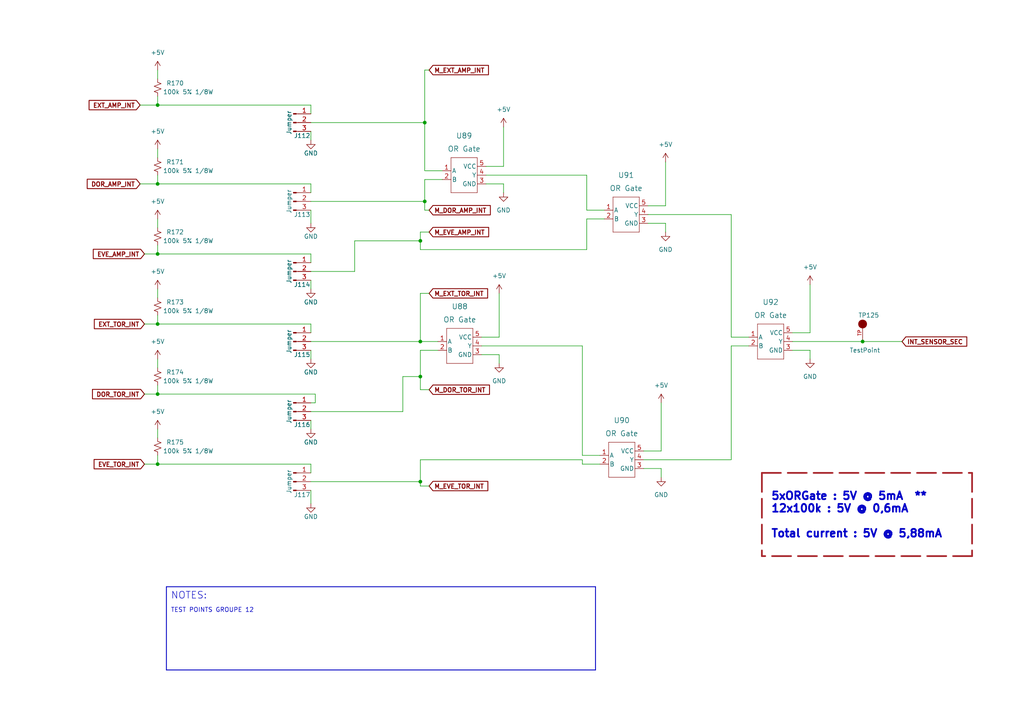
<source format=kicad_sch>
(kicad_sch (version 20211123) (generator eeschema)
  (paper "A4")
  (lib_symbols
    (symbol "Connector:Conn_01x03_Male" (pin_names (offset 1.016) hide)
      (property "Reference" "J" (at 0 5.08 0))
      (property "Value" "Conn_01x03_Male" (at 0 -5.08 0))
      (symbol "Conn_01x03_Male_1_1"
        (polyline (pts (xy 1.27 -2.54) (xy 0.8636 -2.54)) (stroke (width 0.1524)))
        (polyline (pts (xy 1.27 0) (xy 0.8636 0)) (stroke (width 0.1524)))
        (polyline (pts (xy 1.27 2.54) (xy 0.8636 2.54)) (stroke (width 0.1524)))
        (rectangle (start 0.8636 -2.413) (end 0 -2.667) (stroke (width 0.1524)) (fill (type outline)))
        (rectangle (start 0.8636 0.127) (end 0 -0.127) (stroke (width 0.1524)) (fill (type outline)))
        (rectangle (start 0.8636 2.667) (end 0 2.413) (stroke (width 0.1524)) (fill (type outline)))
        (pin passive line (at 5.08 2.54 180) (length 3.81) (name "Pin_1") (number "1"))
        (pin passive line (at 5.08 0 180) (length 3.81) (name "Pin_2") (number "2"))
        (pin passive line (at 5.08 -2.54 180) (length 3.81) (name "Pin_3") (number "3"))
      )
    )
    (symbol "Device:R_Small_US" (pin_numbers hide) (pin_names (offset 0.254) hide)
      (property "Reference" "R" (at 0.762 0.508 0))
      (property "Value" "R_Small_US" (at 0.762 -1.016 0))
      (symbol "R_Small_US_1_1"
        (polyline (pts (xy 0 0) (xy 1.016 -0.381) (xy 0 -0.762) (xy -1.016 -1.143) (xy 0 -1.524)))
        (polyline (pts (xy 0 1.524) (xy 1.016 1.143) (xy 0 0.762) (xy -1.016 0.381) (xy 0 0)))
        (pin passive line (at 0 2.54 270) (length 1.016) (name "~") (number "1"))
        (pin passive line (at 0 -2.54 90) (length 1.016) (name "~") (number "2"))
      )
    )
    (symbol "SymLib:5005" (pin_names (offset 1.016))
      (property "Reference" "TP" (at -2.54 2.54 0))
      (property "Value" "5005" (at -2.54 -3.81 0))
      (symbol "5005_0_0"
        (circle (center 0 0) (radius 0.635) (stroke (width 1.27)))
        (pin passive line (at -5.08 0 0) (length 5.08) (name "~") (number "TP"))
      )
    )
    (symbol "SymLib:SN74LVC1G32DBVR" (pin_names (offset 0.254))
      (property "Reference" "U" (at 25.4 10.16 0))
      (property "Value" "SN74LVC1G32DBVR" (at 25.4 7.62 0))
      (symbol "SN74LVC1G32DBVR_0_1"
        (polyline (pts (xy 21.59 -7.62) (xy 29.21 -7.62)) (stroke (width 0.127)))
        (polyline (pts (xy 21.59 2.54) (xy 21.59 -7.62)) (stroke (width 0.127)))
        (polyline (pts (xy 29.21 -7.62) (xy 29.21 2.54)) (stroke (width 0.127)))
        (polyline (pts (xy 29.21 2.54) (xy 21.59 2.54)) (stroke (width 0.127)))
        (pin input line (at 19.05 -1.27 0) (length 2.54) (name "A") (number "1"))
        (pin input line (at 19.05 -3.81 0) (length 2.54) (name "B") (number "2"))
        (pin power_in line (at 31.75 -5.08 180) (length 2.54) (name "GND") (number "3"))
        (pin output line (at 31.75 -2.54 180) (length 2.54) (name "Y") (number "4"))
        (pin power_in line (at 31.75 0 180) (length 2.54) (name "VCC") (number "5"))
      )
    )
    (symbol "power:+5V" (power) (pin_names (offset 0))
      (property "Value" "+5V" (at 0 3.556 0))
      (symbol "+5V_0_1"
        (polyline (pts (xy -0.762 1.27) (xy 0 2.54)))
        (polyline (pts (xy 0 0) (xy 0 2.54)))
        (polyline (pts (xy 0 2.54) (xy 0.762 1.27)))
      )
      (symbol "+5V_1_1"
        (pin power_in line (at 0 0 90) (length 0) hide (name "+5V") (number "1"))
      )
    )
    (symbol "power:GND" (power) (pin_names (offset 0))
      (property "Value" "GND" (at 0 -3.81 0))
      (symbol "GND_0_1"
        (polyline (pts (xy 0 0) (xy 0 -1.27) (xy 1.27 -1.27) (xy 0 -2.54) (xy -1.27 -1.27) (xy 0 -1.27)))
      )
      (symbol "GND_1_1"
        (pin power_in line (at 0 0 270) (length 0) hide (name "GND") (number "1"))
      )
    )
  )
  (junction (at 121.92 109.22))
  (junction (at 121.92 139.7))
  (junction (at 45.72 114.3))
  (junction (at 121.92 69.85))
  (junction (at 45.72 134.62))
  (junction (at 45.72 73.66))
  (junction (at 123.19 35.56))
  (junction (at 121.92 99.06))
  (junction (at 45.72 93.98))
  (junction (at 45.72 53.34))
  (junction (at 45.72 30.48))
  (junction (at 123.19 58.42))
  (junction (at 250.19 99.06))
  (wire (pts (xy 90.17 137.16) (xy 90.17 134.62)))
  (wire (pts (xy 121.92 113.03) (xy 121.92 109.22)))
  (wire (pts (xy 229.87 99.06) (xy 250.19 99.06)))
  (wire (pts (xy 121.92 133.35) (xy 121.92 139.7)))
  (wire (pts (xy 90.17 96.52) (xy 90.17 93.98)))
  (wire (pts (xy 187.96 59.69) (xy 193.04 59.69)))
  (wire (pts (xy 90.17 38.1) (xy 90.17 40.64)))
  (wire (pts (xy 41.91 73.66) (xy 45.72 73.66)))
  (wire (pts (xy 144.78 105.41) (xy 144.78 102.87)))
  (wire (pts (xy 45.72 111.76) (xy 45.72 114.3)))
  (polyline (pts (xy 48.26 170.18) (xy 48.26 194.31)) (stroke (width 0.25) (type solid)))
  (wire (pts (xy 186.69 133.35) (xy 212.09 133.35)))
  (wire (pts (xy 191.77 116.84) (xy 191.77 130.81)))
  (wire (pts (xy 139.7 97.79) (xy 144.78 97.79)))
  (wire (pts (xy 193.04 46.99) (xy 193.04 59.69)))
  (wire (pts (xy 45.72 73.66) (xy 90.17 73.66)))
  (wire (pts (xy 139.7 100.33) (xy 168.91 100.33)))
  (wire (pts (xy 234.95 104.14) (xy 234.95 101.6)))
  (wire (pts (xy 121.92 109.22) (xy 121.92 101.6)))
  (wire (pts (xy 170.18 60.96) (xy 175.26 60.96)))
  (wire (pts (xy 40.64 30.48) (xy 45.72 30.48)))
  (wire (pts (xy 90.17 116.84) (xy 91.44 116.84)))
  (polyline (pts (xy 220.98 137.16) (xy 281.94 137.16)) (stroke (width 0.5) (type dash) (color 168 37 43 1)))
  (wire (pts (xy 90.17 101.6) (xy 90.17 104.14)))
  (wire (pts (xy 45.72 20.32) (xy 45.72 22.86)))
  (wire (pts (xy 187.96 62.23) (xy 212.09 62.23)))
  (wire (pts (xy 45.72 91.44) (xy 45.72 93.98)))
  (polyline (pts (xy 281.94 137.16) (xy 281.94 161.29)) (stroke (width 0.5) (type dash) (color 168 37 43 1)))
  (wire (pts (xy 168.91 133.35) (xy 168.91 134.62)))
  (wire (pts (xy 102.87 78.74) (xy 102.87 69.85)))
  (polyline (pts (xy 220.98 137.16) (xy 220.98 161.29)) (stroke (width 0.5) (type dash) (color 168 37 43 1)))
  (wire (pts (xy 121.92 101.6) (xy 127 101.6)))
  (wire (pts (xy 140.97 48.26) (xy 146.05 48.26)))
  (wire (pts (xy 146.05 36.83) (xy 146.05 48.26)))
  (wire (pts (xy 45.72 50.8) (xy 45.72 53.34)))
  (wire (pts (xy 40.64 53.34) (xy 45.72 53.34)))
  (polyline (pts (xy 172.72 194.31) (xy 48.26 194.31)) (stroke (width 0.25) (type solid)))
  (wire (pts (xy 193.04 64.77) (xy 187.96 64.77)))
  (wire (pts (xy 123.19 60.96) (xy 123.19 58.42)))
  (wire (pts (xy 168.91 132.08) (xy 173.99 132.08)))
  (wire (pts (xy 41.91 134.62) (xy 45.72 134.62)))
  (wire (pts (xy 91.44 114.3) (xy 45.72 114.3)))
  (wire (pts (xy 146.05 55.88) (xy 146.05 53.34)))
  (wire (pts (xy 124.46 85.09) (xy 121.92 85.09)))
  (wire (pts (xy 116.84 119.38) (xy 116.84 109.22)))
  (wire (pts (xy 90.17 55.88) (xy 90.17 53.34)))
  (wire (pts (xy 102.87 69.85) (xy 121.92 69.85)))
  (wire (pts (xy 90.17 146.05) (xy 90.17 142.24)))
  (wire (pts (xy 45.72 104.14) (xy 45.72 106.68)))
  (wire (pts (xy 90.17 119.38) (xy 116.84 119.38)))
  (wire (pts (xy 90.17 121.92) (xy 90.17 124.46)))
  (wire (pts (xy 121.92 67.31) (xy 121.92 69.85)))
  (polyline (pts (xy 281.94 161.29) (xy 220.98 161.29)) (stroke (width 0.5) (type dash) (color 168 37 43 1)))
  (wire (pts (xy 168.91 100.33) (xy 168.91 132.08)))
  (wire (pts (xy 45.72 93.98) (xy 90.17 93.98)))
  (wire (pts (xy 168.91 134.62) (xy 173.99 134.62)))
  (wire (pts (xy 121.92 133.35) (xy 168.91 133.35)))
  (wire (pts (xy 45.72 63.5) (xy 45.72 66.04)))
  (wire (pts (xy 212.09 97.79) (xy 217.17 97.79)))
  (wire (pts (xy 217.17 100.33) (xy 212.09 100.33)))
  (wire (pts (xy 121.92 67.31) (xy 124.46 67.31)))
  (wire (pts (xy 121.92 99.06) (xy 127 99.06)))
  (wire (pts (xy 91.44 116.84) (xy 91.44 114.3)))
  (wire (pts (xy 123.19 35.56) (xy 123.19 49.53)))
  (wire (pts (xy 170.18 63.5) (xy 170.18 72.39)))
  (wire (pts (xy 45.72 132.08) (xy 45.72 134.62)))
  (wire (pts (xy 90.17 53.34) (xy 45.72 53.34)))
  (wire (pts (xy 90.17 35.56) (xy 123.19 35.56)))
  (wire (pts (xy 123.19 52.07) (xy 128.27 52.07)))
  (wire (pts (xy 212.09 62.23) (xy 212.09 97.79)))
  (wire (pts (xy 191.77 135.89) (xy 186.69 135.89)))
  (wire (pts (xy 90.17 78.74) (xy 102.87 78.74)))
  (wire (pts (xy 123.19 49.53) (xy 128.27 49.53)))
  (wire (pts (xy 45.72 83.82) (xy 45.72 86.36)))
  (wire (pts (xy 45.72 134.62) (xy 90.17 134.62)))
  (wire (pts (xy 234.95 82.55) (xy 234.95 96.52)))
  (wire (pts (xy 90.17 33.02) (xy 90.17 30.48)))
  (polyline (pts (xy 48.26 170.18) (xy 172.72 170.18)) (stroke (width 0.25) (type solid)))
  (wire (pts (xy 121.92 69.85) (xy 121.92 72.39)))
  (wire (pts (xy 90.17 76.2) (xy 90.17 73.66)))
  (wire (pts (xy 45.72 71.12) (xy 45.72 73.66)))
  (wire (pts (xy 41.91 114.3) (xy 45.72 114.3)))
  (wire (pts (xy 229.87 96.52) (xy 234.95 96.52)))
  (wire (pts (xy 144.78 102.87) (xy 139.7 102.87)))
  (wire (pts (xy 90.17 99.06) (xy 121.92 99.06)))
  (wire (pts (xy 121.92 72.39) (xy 170.18 72.39)))
  (wire (pts (xy 45.72 124.46) (xy 45.72 127)))
  (wire (pts (xy 124.46 140.97) (xy 121.92 140.97)))
  (wire (pts (xy 212.09 100.33) (xy 212.09 133.35)))
  (wire (pts (xy 121.92 139.7) (xy 121.92 140.97)))
  (wire (pts (xy 146.05 53.34) (xy 140.97 53.34)))
  (wire (pts (xy 90.17 58.42) (xy 123.19 58.42)))
  (wire (pts (xy 124.46 20.32) (xy 123.19 20.32)))
  (wire (pts (xy 144.78 85.09) (xy 144.78 97.79)))
  (wire (pts (xy 250.19 99.06) (xy 261.62 99.06)))
  (wire (pts (xy 45.72 27.94) (xy 45.72 30.48)))
  (wire (pts (xy 123.19 60.96) (xy 124.46 60.96)))
  (wire (pts (xy 186.69 130.81) (xy 191.77 130.81)))
  (wire (pts (xy 123.19 58.42) (xy 123.19 52.07)))
  (wire (pts (xy 193.04 67.31) (xy 193.04 64.77)))
  (wire (pts (xy 90.17 30.48) (xy 45.72 30.48)))
  (wire (pts (xy 140.97 50.8) (xy 170.18 50.8)))
  (wire (pts (xy 123.19 20.32) (xy 123.19 35.56)))
  (wire (pts (xy 121.92 113.03) (xy 124.46 113.03)))
  (wire (pts (xy 90.17 81.28) (xy 90.17 83.82)))
  (wire (pts (xy 90.17 60.96) (xy 90.17 64.77)))
  (wire (pts (xy 45.72 43.18) (xy 45.72 45.72)))
  (wire (pts (xy 170.18 50.8) (xy 170.18 60.96)))
  (wire (pts (xy 116.84 109.22) (xy 121.92 109.22)))
  (wire (pts (xy 90.17 139.7) (xy 121.92 139.7)))
  (polyline (pts (xy 172.72 170.18) (xy 172.72 194.31)) (stroke (width 0.25) (type solid)))
  (wire (pts (xy 121.92 85.09) (xy 121.92 99.06)))
  (wire (pts (xy 234.95 101.6) (xy 229.87 101.6)))
  (wire (pts (xy 41.91 93.98) (xy 45.72 93.98)))
  (wire (pts (xy 191.77 138.43) (xy 191.77 135.89)))
  (wire (pts (xy 170.18 63.5) (xy 175.26 63.5)))
  (text "5xORGate : 5V @ 5mA  **\n12x100k : 5V @ 0,6mA\n\nTotal current : 5V @ 5,88mA" (at 223.52 156.21 0) (effects (font (size 2.25 2.25) (thickness 0.5) bold) (justify left bottom)))
  (text "TEST POINTS GROUPE 12" (at 49.53 177.8 0) (effects (font (size 1.27 1.27)) (justify left bottom)))
  (text "NOTES:" (at 49.53 173.99 0) (effects (font (size 2 2)) (justify left bottom)))
  (global_label "DOR_TOR_INT" (shape input) (at 41.91 114.3 180) (effects (font (thickness 0.254) bold)) (property "Intersheet References" "${INTERSHEET_REFS}" (effects hide)))
  (global_label "EVE_AMP_INT" (shape input) (at 41.91 73.66 180) (effects (font (thickness 0.254) bold)) (property "Intersheet References" "${INTERSHEET_REFS}" (effects hide)))
  (global_label "EXT_TOR_INT" (shape input) (at 41.91 93.98 180) (effects (font (thickness 0.254) bold)) (property "Intersheet References" "${INTERSHEET_REFS}" (effects hide)))
  (global_label "M_EXT_AMP_INT" (shape input) (at 124.46 20.32 0) (effects (font (thickness 0.254) bold)) (property "Intersheet References" "${INTERSHEET_REFS}" (effects hide)))
  (global_label "DOR_AMP_INT" (shape input) (at 40.64 53.34 180) (effects (font (thickness 0.254) bold)) (property "Intersheet References" "${INTERSHEET_REFS}" (effects hide)))
  (global_label "M_EXT_TOR_INT" (shape input) (at 124.46 85.09 0) (effects (font (thickness 0.254) bold)) (property "Intersheet References" "${INTERSHEET_REFS}" (effects hide)))
  (global_label "M_DOR_TOR_INT" (shape input) (at 124.46 113.03 0) (effects (font (thickness 0.254) bold)) (property "Intersheet References" "${INTERSHEET_REFS}" (effects hide)))
  (global_label "EVE_TOR_INT" (shape input) (at 41.91 134.62 180) (effects (font (thickness 0.254) bold)) (property "Intersheet References" "${INTERSHEET_REFS}" (effects hide)))
  (global_label "M_EVE_TOR_INT" (shape input) (at 124.46 140.97 0) (effects (font (thickness 0.254) bold)) (property "Intersheet References" "${INTERSHEET_REFS}" (effects hide)))
  (global_label "M_DOR_AMP_INT" (shape input) (at 124.46 60.96 0) (effects (font (thickness 0.254) bold)) (property "Intersheet References" "${INTERSHEET_REFS}" (effects hide)))
  (global_label "M_EVE_AMP_INT" (shape input) (at 124.46 67.31 0) (effects (font (thickness 0.254) bold)) (property "Intersheet References" "${INTERSHEET_REFS}" (effects hide)))
  (global_label "EXT_AMP_INT" (shape input) (at 40.64 30.48 180) (effects (font (thickness 0.254) bold)) (property "Intersheet References" "${INTERSHEET_REFS}" (effects hide)))
  (global_label "INT_SENSOR_SEC" (shape input) (at 261.62 99.06 0) (effects (font (thickness 0.254) bold)) (property "Intersheet References" "${INTERSHEET_REFS}" (effects hide)))
  (symbol (lib_id "SymLib:SN74LVC1G32DBVR") (at 107.95 97.79 0) (unit 1)
    (property "Reference" "U88" (at 133.35 88.9 0) (effects (font (size 1.524 1.524))))
    (property "Value" "OR Gate" (at 133.35 92.71 0) (effects (font (size 1.524 1.524))))
    (property "Footprint" "FootPrint:SOT95P270X145-5N" (effects hide))
    (property "DESCRIPTION" "OR Gate IC 1 Channel SOT-23-5" (effects hide))
    (property "MANUFACTURER" "Texas Instruments" (effects hide))
    (property "PACKAGE" "SC-74A, SOT-753" (effects hide))
    (property "PART NUMBER" "SN74LVC1G32DBVR" (effects hide))
    (property "TYPE" "SMD" (effects hide))
  )
  (symbol (lib_id "power:+5V") (at 45.72 104.14 0) (unit 1)
    (property "Reference" "#PWR0489" (effects hide))
    (property "Value" "+5V" (at 45.72 99.06 0))
  )
  (symbol (lib_id "Device:R_Small_US") (at 45.72 129.54 0) (unit 1)
    (property "Reference" "R175" (at 50.8 128.27 0))
    (property "Value" "100k 5% 1/8W" (at 54.61 130.81 0))
    (property "Footprint" "Resistor_SMD:R_0805_2012Metric" (effects hide))
    (property "MANUFACTURER" "Panasonic Electronic Components" (effects hide))
    (property "PACKAGE" "0805 (2012 Metric)" (effects hide))
    (property "PART NUMBER" "ERJ-6GEYJ104V" (effects hide))
    (property "TYPE" "SMD" (effects hide))
    (property "DESCRIPTION" "100 kOhms ±5% 0.125W, 1/8W Chip Resistor 0805 (2012 Metric) Automotive AEC-Q200 Thick Film" (effects hide))
  )
  (symbol (lib_id "power:+5V") (at 45.72 63.5 0) (unit 1)
    (property "Reference" "#PWR0487" (effects hide))
    (property "Value" "+5V" (at 45.72 58.42 0))
  )
  (symbol (lib_id "Connector:Conn_01x03_Male") (at 85.09 58.42 0) (unit 1)
    (property "Reference" "J113" (at 87.63 62.23 0))
    (property "Value" "Jumper" (at 83.82 58.42 90))
    (property "Footprint" "Connector_PinHeader_2.54mm:PinHeader_1x03_P2.54mm_Vertical" (effects hide))
    (property "DESCRIPTION" "CONN HEADER VERT 3POS 2.54MM" (effects hide))
    (property "MANUFACTURER" "Würth Elektronik" (effects hide))
    (property "PACKAGE" "Square 0.100\" (2.54mm)" (effects hide))
    (property "PART NUMBER" "61300311121" (effects hide))
    (property "TYPE" "Through Hole" (effects hide))
  )
  (symbol (lib_id "SymLib:SN74LVC1G32DBVR") (at 109.22 48.26 0) (unit 1)
    (property "Reference" "U89" (at 134.62 39.37 0) (effects (font (size 1.524 1.524))))
    (property "Value" "OR Gate" (at 134.62 43.18 0) (effects (font (size 1.524 1.524))))
    (property "Footprint" "FootPrint:SOT95P270X145-5N" (effects hide))
    (property "DESCRIPTION" "OR Gate IC 1 Channel SOT-23-5" (effects hide))
    (property "MANUFACTURER" "Texas Instruments" (effects hide))
    (property "PACKAGE" "SC-74A, SOT-753" (effects hide))
    (property "PART NUMBER" "SN74LVC1G32DBVR" (effects hide))
    (property "TYPE" "SMD" (effects hide))
  )
  (symbol (lib_id "power:GND") (at 90.17 83.82 0) (unit 1)
    (property "Reference" "#PWR0493" (effects hide))
    (property "Value" "GND" (at 90.17 87.63 0))
  )
  (symbol (lib_id "Device:R_Small_US") (at 45.72 109.22 0) (unit 1)
    (property "Reference" "R174" (at 50.8 107.95 0))
    (property "Value" "100k 5% 1/8W" (at 54.61 110.49 0))
    (property "Footprint" "Resistor_SMD:R_0805_2012Metric" (effects hide))
    (property "MANUFACTURER" "Panasonic Electronic Components" (effects hide))
    (property "PACKAGE" "0805 (2012 Metric)" (effects hide))
    (property "PART NUMBER" "ERJ-6GEYJ104V" (effects hide))
    (property "TYPE" "SMD" (effects hide))
    (property "DESCRIPTION" "100 kOhms ±5% 0.125W, 1/8W Chip Resistor 0805 (2012 Metric) Automotive AEC-Q200 Thick Film" (effects hide))
  )
  (symbol (lib_id "power:+5V") (at 45.72 20.32 0) (unit 1)
    (property "Reference" "#PWR0485" (effects hide))
    (property "Value" "+5V" (at 45.72 15.24 0))
  )
  (symbol (lib_id "Device:R_Small_US") (at 45.72 25.4 0) (unit 1)
    (property "Reference" "R170" (at 50.8 24.13 0))
    (property "Value" "100k 5% 1/8W" (at 54.61 26.67 0))
    (property "Footprint" "Resistor_SMD:R_0805_2012Metric" (effects hide))
    (property "MANUFACTURER" "Panasonic Electronic Components" (effects hide))
    (property "PACKAGE" "0805 (2012 Metric)" (effects hide))
    (property "PART NUMBER" "ERJ-6GEYJ104V" (effects hide))
    (property "TYPE" "SMD" (effects hide))
    (property "DESCRIPTION" "100 kOhms ±5% 0.125W, 1/8W Chip Resistor 0805 (2012 Metric) Automotive AEC-Q200 Thick Film" (effects hide))
  )
  (symbol (lib_id "Connector:Conn_01x03_Male") (at 85.09 139.7 0) (unit 1)
    (property "Reference" "J117" (at 87.63 143.51 0))
    (property "Value" "Jumper" (at 83.82 139.7 90))
    (property "Footprint" "Connector_PinHeader_2.54mm:PinHeader_1x03_P2.54mm_Vertical" (effects hide))
    (property "DESCRIPTION" "CONN HEADER VERT 3POS 2.54MM" (effects hide))
    (property "MANUFACTURER" "Würth Elektronik" (effects hide))
    (property "PACKAGE" "Square 0.100\" (2.54mm)" (effects hide))
    (property "PART NUMBER" "61300311121" (effects hide))
    (property "TYPE" "Through Hole" (effects hide))
  )
  (symbol (lib_id "SymLib:SN74LVC1G32DBVR") (at 198.12 96.52 0) (unit 1)
    (property "Reference" "U92" (at 223.52 87.63 0) (effects (font (size 1.524 1.524))))
    (property "Value" "OR Gate" (at 223.52 91.44 0) (effects (font (size 1.524 1.524))))
    (property "Footprint" "FootPrint:SOT95P270X145-5N" (effects hide))
    (property "DESCRIPTION" "OR Gate IC 1 Channel SOT-23-5" (effects hide))
    (property "MANUFACTURER" "Texas Instruments" (effects hide))
    (property "PACKAGE" "SC-74A, SOT-753" (effects hide))
    (property "PART NUMBER" "SN74LVC1G32DBVR" (effects hide))
    (property "TYPE" "SMD" (effects hide))
  )
  (symbol (lib_id "SymLib:SN74LVC1G32DBVR") (at 156.21 59.69 0) (unit 1)
    (property "Reference" "U91" (at 181.61 50.8 0) (effects (font (size 1.524 1.524))))
    (property "Value" "OR Gate" (at 181.61 54.61 0) (effects (font (size 1.524 1.524))))
    (property "Footprint" "FootPrint:SOT95P270X145-5N" (effects hide))
    (property "DESCRIPTION" "OR Gate IC 1 Channel SOT-23-5" (effects hide))
    (property "MANUFACTURER" "Texas Instruments" (effects hide))
    (property "PACKAGE" "SC-74A, SOT-753" (effects hide))
    (property "PART NUMBER" "SN74LVC1G32DBVR" (effects hide))
    (property "TYPE" "SMD" (effects hide))
  )
  (symbol (lib_id "SymLib:SN74LVC1G32DBVR") (at 154.94 130.81 0) (unit 1)
    (property "Reference" "U90" (at 180.34 121.92 0) (effects (font (size 1.524 1.524))))
    (property "Value" "OR Gate" (at 180.34 125.73 0) (effects (font (size 1.524 1.524))))
    (property "Footprint" "FootPrint:SOT95P270X145-5N" (effects hide))
    (property "DESCRIPTION" "OR Gate IC 1 Channel SOT-23-5" (effects hide))
    (property "MANUFACTURER" "Texas Instruments" (effects hide))
    (property "PACKAGE" "SC-74A, SOT-753" (effects hide))
    (property "PART NUMBER" "SN74LVC1G32DBVR" (effects hide))
    (property "TYPE" "SMD" (effects hide))
  )
  (symbol (lib_id "power:GND") (at 146.05 55.88 0) (unit 1)
    (property "Reference" "#PWR0500" (effects hide))
    (property "Value" "GND" (at 146.05 60.96 0))
  )
  (symbol (lib_id "power:+5V") (at 144.78 85.09 0) (unit 1)
    (property "Reference" "#PWR0497" (effects hide))
    (property "Value" "+5V" (at 144.78 80.01 0))
  )
  (symbol (lib_id "power:+5V") (at 191.77 116.84 0) (unit 1)
    (property "Reference" "#PWR0501" (effects hide))
    (property "Value" "+5V" (at 191.77 111.76 0))
  )
  (symbol (lib_id "Connector:Conn_01x03_Male") (at 85.09 78.74 0) (unit 1)
    (property "Reference" "J114" (at 87.63 82.55 0))
    (property "Value" "Jumper" (at 83.82 78.74 90))
    (property "Footprint" "Connector_PinHeader_2.54mm:PinHeader_1x03_P2.54mm_Vertical" (effects hide))
    (property "DESCRIPTION" "CONN HEADER VERT 3POS 2.54MM" (effects hide))
    (property "MANUFACTURER" "Würth Elektronik" (effects hide))
    (property "PACKAGE" "Square 0.100\" (2.54mm)" (effects hide))
    (property "PART NUMBER" "61300311121" (effects hide))
    (property "TYPE" "Through Hole" (effects hide))
  )
  (symbol (lib_id "power:GND") (at 191.77 138.43 0) (unit 1)
    (property "Reference" "#PWR0502" (effects hide))
    (property "Value" "GND" (at 191.77 143.51 0))
  )
  (symbol (lib_id "Device:R_Small_US") (at 45.72 88.9 0) (unit 1)
    (property "Reference" "R173" (at 50.8 87.63 0))
    (property "Value" "100k 5% 1/8W" (at 54.61 90.17 0))
    (property "Footprint" "Resistor_SMD:R_0805_2012Metric" (effects hide))
    (property "MANUFACTURER" "Panasonic Electronic Components" (effects hide))
    (property "PACKAGE" "0805 (2012 Metric)" (effects hide))
    (property "PART NUMBER" "ERJ-6GEYJ104V" (effects hide))
    (property "TYPE" "SMD" (effects hide))
    (property "DESCRIPTION" "100 kOhms ±5% 0.125W, 1/8W Chip Resistor 0805 (2012 Metric) Automotive AEC-Q200 Thick Film" (effects hide))
  )
  (symbol (lib_id "Device:R_Small_US") (at 45.72 68.58 0) (unit 1)
    (property "Reference" "R172" (at 50.8 67.31 0))
    (property "Value" "100k 5% 1/8W" (at 54.61 69.85 0))
    (property "Footprint" "Resistor_SMD:R_0805_2012Metric" (effects hide))
    (property "MANUFACTURER" "Panasonic Electronic Components" (effects hide))
    (property "PACKAGE" "0805 (2012 Metric)" (effects hide))
    (property "PART NUMBER" "ERJ-6GEYJ104V" (effects hide))
    (property "TYPE" "SMD" (effects hide))
    (property "DESCRIPTION" "100 kOhms ±5% 0.125W, 1/8W Chip Resistor 0805 (2012 Metric) Automotive AEC-Q200 Thick Film" (effects hide))
  )
  (symbol (lib_id "power:GND") (at 90.17 64.77 0) (unit 1)
    (property "Reference" "#PWR0492" (effects hide))
    (property "Value" "GND" (at 90.17 68.58 0))
  )
  (symbol (lib_id "power:+5V") (at 45.72 124.46 0) (unit 1)
    (property "Reference" "#PWR0490" (effects hide))
    (property "Value" "+5V" (at 45.72 119.38 0))
  )
  (symbol (lib_id "power:GND") (at 90.17 124.46 0) (unit 1)
    (property "Reference" "#PWR0495" (effects hide))
    (property "Value" "GND" (at 90.17 128.27 0))
  )
  (symbol (lib_id "power:GND") (at 193.04 67.31 0) (unit 1)
    (property "Reference" "#PWR0504" (effects hide))
    (property "Value" "GND" (at 193.04 72.39 0))
  )
  (symbol (lib_id "power:+5V") (at 193.04 46.99 0) (unit 1)
    (property "Reference" "#PWR0503" (effects hide))
    (property "Value" "+5V" (at 193.04 41.91 0))
  )
  (symbol (lib_id "power:GND") (at 90.17 104.14 0) (unit 1)
    (property "Reference" "#PWR0494" (effects hide))
    (property "Value" "GND" (at 90.17 107.95 0))
  )
  (symbol (lib_id "power:GND") (at 90.17 40.64 0) (unit 1)
    (property "Reference" "#PWR0491" (effects hide))
    (property "Value" "GND" (at 90.17 44.45 0))
  )
  (symbol (lib_id "Connector:Conn_01x03_Male") (at 85.09 119.38 0) (unit 1)
    (property "Reference" "J116" (at 87.63 123.19 0))
    (property "Value" "Jumper" (at 83.82 119.38 90))
    (property "Footprint" "Connector_PinHeader_2.54mm:PinHeader_1x03_P2.54mm_Vertical" (effects hide))
    (property "DESCRIPTION" "CONN HEADER VERT 3POS 2.54MM" (effects hide))
    (property "MANUFACTURER" "Würth Elektronik" (effects hide))
    (property "PACKAGE" "Square 0.100\" (2.54mm)" (effects hide))
    (property "PART NUMBER" "61300311121" (effects hide))
    (property "TYPE" "Through Hole" (effects hide))
  )
  (symbol (lib_id "power:GND") (at 90.17 146.05 0) (unit 1)
    (property "Reference" "#PWR0496" (effects hide))
    (property "Value" "GND" (at 90.17 149.86 0))
  )
  (symbol (lib_id "Device:R_Small_US") (at 45.72 48.26 0) (unit 1)
    (property "Reference" "R171" (at 50.8 46.99 0))
    (property "Value" "100k 5% 1/8W" (at 54.61 49.53 0))
    (property "Footprint" "Resistor_SMD:R_0805_2012Metric" (effects hide))
    (property "MANUFACTURER" "Panasonic Electronic Components" (effects hide))
    (property "PACKAGE" "0805 (2012 Metric)" (effects hide))
    (property "PART NUMBER" "ERJ-6GEYJ104V" (effects hide))
    (property "TYPE" "SMD" (effects hide))
    (property "DESCRIPTION" "100 kOhms ±5% 0.125W, 1/8W Chip Resistor 0805 (2012 Metric) Automotive AEC-Q200 Thick Film" (effects hide))
  )
  (symbol (lib_id "power:GND") (at 144.78 105.41 0) (unit 1)
    (property "Reference" "#PWR0498" (effects hide))
    (property "Value" "GND" (at 144.78 110.49 0))
  )
  (symbol (lib_id "Connector:Conn_01x03_Male") (at 85.09 99.06 0) (unit 1)
    (property "Reference" "J115" (at 87.63 102.87 0))
    (property "Value" "Jumper" (at 83.82 99.06 90))
    (property "Footprint" "Connector_PinHeader_2.54mm:PinHeader_1x03_P2.54mm_Vertical" (effects hide))
    (property "DESCRIPTION" "CONN HEADER VERT 3POS 2.54MM" (effects hide))
    (property "MANUFACTURER" "Würth Elektronik" (effects hide))
    (property "PACKAGE" "Square 0.100\" (2.54mm)" (effects hide))
    (property "PART NUMBER" "61300311121" (effects hide))
    (property "TYPE" "Through Hole" (effects hide))
  )
  (symbol (lib_id "power:GND") (at 234.95 104.14 0) (unit 1)
    (property "Reference" "#PWR0506" (effects hide))
    (property "Value" "GND" (at 234.95 109.22 0))
  )
  (symbol (lib_id "power:+5V") (at 234.95 82.55 0) (unit 1)
    (property "Reference" "#PWR0505" (effects hide))
    (property "Value" "+5V" (at 234.95 77.47 0))
  )
  (symbol (lib_id "Connector:Conn_01x03_Male") (at 85.09 35.56 0) (unit 1)
    (property "Reference" "J112" (at 87.63 39.37 0))
    (property "Value" "Jumper" (at 83.82 35.56 90))
    (property "Footprint" "Connector_PinHeader_2.54mm:PinHeader_1x03_P2.54mm_Vertical" (effects hide))
    (property "DESCRIPTION" "CONN HEADER VERT 3POS 2.54MM" (effects hide))
    (property "MANUFACTURER" "Würth Elektronik" (effects hide))
    (property "PACKAGE" "Square 0.100\" (2.54mm)" (effects hide))
    (property "PART NUMBER" "61300311121" (effects hide))
    (property "TYPE" "Through Hole" (effects hide))
  )
  (symbol (lib_id "power:+5V") (at 45.72 43.18 0) (unit 1)
    (property "Reference" "#PWR0486" (effects hide))
    (property "Value" "+5V" (at 45.72 38.1 0))
  )
  (symbol (lib_id "power:+5V") (at 45.72 83.82 0) (unit 1)
    (property "Reference" "#PWR0488" (effects hide))
    (property "Value" "+5V" (at 45.72 78.74 0))
  )
  (symbol (lib_id "power:+5V") (at 146.05 36.83 0) (unit 1)
    (property "Reference" "#PWR0499" (effects hide))
    (property "Value" "+5V" (at 146.05 31.75 0))
  )
  (symbol (lib_id "SymLib:5005") (at 250.19 93.98 90) (unit 1)
    (property "Reference" "TP125" (at 248.92 91.44 90) (effects (justify right)))
    (property "Value" "TestPoint" (at 246.38 101.6 90) (effects (justify right)))
    (property "Footprint" "FootPrint:KEYSTONE_5005" (effects hide))
    (property "MF" "Keystone Electronics" (effects hide))
    (property "DESCRIPTION" "PC TEST POINT COMPACT RED" (effects hide))
    (property "PACKAGE" "0.125\" Dia x 0.220\" L " (effects hide))
    (property "PRICE" "None" (effects hide))
    (property "MP" "5005" (effects hide))
    (property "AVAILABILITY" "In Stock" (effects hide))
    (property "PURCHASE-URL" "https://pricing.snapeda.com/search/part/5005/?ref=eda" (effects hide))
    (property "MANUFACTURER" "Keystone Electronics" (effects hide))
    (property "PART NUMBER" "5005" (effects hide))
    (property "TYPE" "Through Hole" (effects hide))
  )
)
</source>
